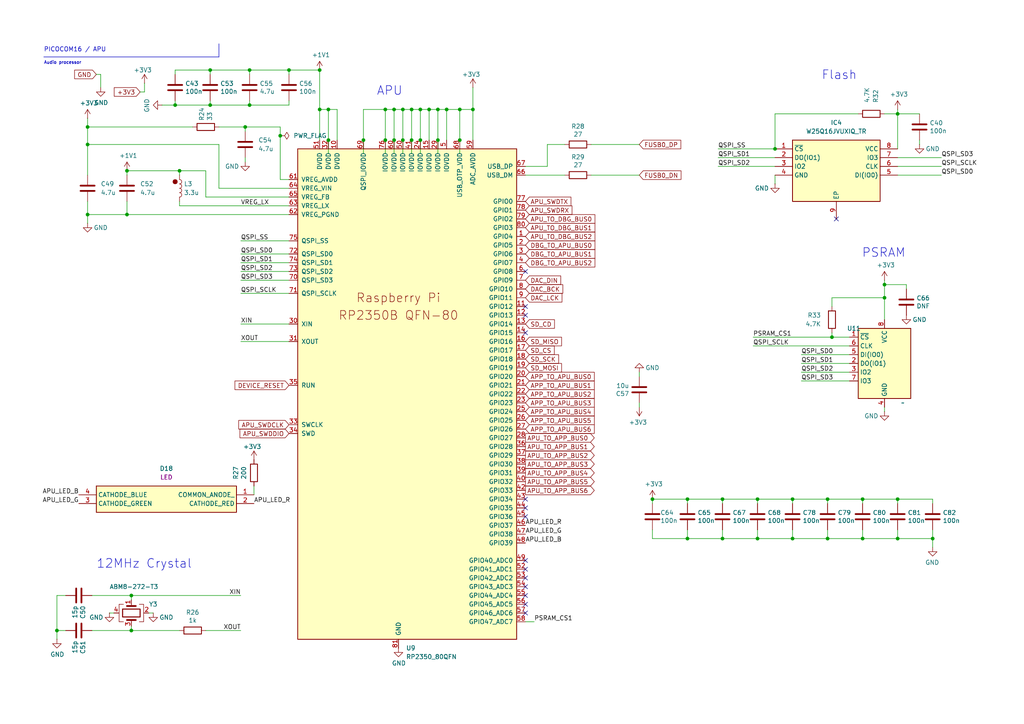
<source format=kicad_sch>
(kicad_sch (version 20231120) (generator "eeschema") (generator_version "8.0")
  (paper "A4")
  (lib_symbols
    (symbol "Device:C" (pin_numbers hide) (pin_names (offset 0.254))
      (property "Reference" "C" (at 0.635 2.54 0))
      (property "Value" "C" (at 0.635 -2.54 0))
      (symbol "C_0_1"
        (polyline (pts (xy -2.032 -0.762) (xy 2.032 -0.762)) (stroke (width 0.508)))
        (polyline (pts (xy -2.032 0.762) (xy 2.032 0.762)) (stroke (width 0.508)))
      )
      (symbol "C_1_1"
        (pin passive line (at 0 3.81 270) (length 2.794) (name "~") (number "1"))
        (pin passive line (at 0 -3.81 90) (length 2.794) (name "~") (number "2"))
      )
    )
    (symbol "Device:Crystal_GND24" (pin_names (offset 1.016) hide)
      (property "Reference" "Y" (at 3.175 5.08 0))
      (property "Value" "Crystal_GND24" (at 3.175 3.175 0))
      (symbol "Crystal_GND24_0_1"
        (rectangle (start -1.143 2.54) (end 1.143 -2.54) (stroke (width 0.3048)))
        (polyline (pts (xy -2.54 0) (xy -2.032 0)))
        (polyline (pts (xy -2.032 -1.27) (xy -2.032 1.27)) (stroke (width 0.508)))
        (polyline (pts (xy 0 -3.81) (xy 0 -3.556)))
        (polyline (pts (xy 0 3.556) (xy 0 3.81)))
        (polyline (pts (xy 2.032 -1.27) (xy 2.032 1.27)) (stroke (width 0.508)))
        (polyline (pts (xy 2.032 0) (xy 2.54 0)))
        (polyline (pts (xy -2.54 -2.286) (xy -2.54 -3.556) (xy 2.54 -3.556) (xy 2.54 -2.286)))
        (polyline (pts (xy -2.54 2.286) (xy -2.54 3.556) (xy 2.54 3.556) (xy 2.54 2.286)))
      )
      (symbol "Crystal_GND24_1_1"
        (pin passive line (at -3.81 0 0) (length 1.27) (name "1") (number "1"))
        (pin passive line (at 0 5.08 270) (length 1.27) (name "2") (number "2"))
        (pin passive line (at 3.81 0 180) (length 1.27) (name "3") (number "3"))
        (pin passive line (at 0 -5.08 90) (length 1.27) (name "4") (number "4"))
      )
    )
    (symbol "Device:L" (pin_numbers hide) (pin_names (offset 1.016) hide)
      (property "Reference" "L" (at -1.27 0 90))
      (property "Value" "L" (at 1.905 0 90))
      (symbol "L_0_1"
        (arc (start 0 -2.54) (mid 0.6323 -1.905) (end 0 -1.27))
        (arc (start 0 -1.27) (mid 0.6323 -0.635) (end 0 0))
        (arc (start 0 0) (mid 0.6323 0.635) (end 0 1.27))
        (arc (start 0 1.27) (mid 0.6323 1.905) (end 0 2.54))
      )
      (symbol "L_1_1"
        (pin passive line (at 0 3.81 270) (length 1.27) (name "1") (number "1"))
        (pin passive line (at 0 -3.81 90) (length 1.27) (name "2") (number "2"))
      )
    )
    (symbol "Device:R" (pin_numbers hide) (pin_names (offset 0))
      (property "Reference" "R" (at 2.032 0 90))
      (property "Value" "R" (at 0 0 90))
      (symbol "R_0_1"
        (rectangle (start -1.016 -2.54) (end 1.016 2.54) (stroke (width 0.254)))
      )
      (symbol "R_1_1"
        (pin passive line (at 0 3.81 270) (length 1.27) (name "~") (number "1"))
        (pin passive line (at 0 -3.81 90) (length 1.27) (name "~") (number "2"))
      )
    )
    (symbol "LRTBR48G-P9Q7-1+R7S5-26+NP-68:LRTBR48G-P9Q7-1+R7S5-26+NP-68"
      (property "Reference" "LED" (at 46.99 7.62 0))
      (property "Value" "LRTBR48G-P9Q7-1+R7S5-26+NP-68" (at 46.99 5.08 0))
      (symbol "LRTBR48G-P9Q7-1+R7S5-26+NP-68_1_1"
        (rectangle (start 5.08 2.54) (end 45.72 -5.08) (stroke (width 0.254)) (fill (type background)))
        (pin passive line (at 50.8 0 180) (length 5.08) (name "COMMON_ANODE_") (number "1"))
        (pin passive line (at 50.8 -2.54 180) (length 5.08) (name "CATHODE_RED") (number "2"))
        (pin passive line (at 0 -2.54 0) (length 5.08) (name "CATHODE_GREEN") (number "3"))
        (pin passive line (at 0 0 0) (length 5.08) (name "CATHODE_BLUE") (number "4"))
      )
    )
    (symbol "MCU_RaspberryPi_RP2350_2:RP2350_80QFN" (pin_names (offset 1.016))
      (property "Reference" "U" (at -29.21 49.53 0))
      (property "Value" "RP2350_80QFN" (at 25.4 -96.52 0))
      (symbol "RP2350_80QFN_0_0"
        (text "Raspberry Pi" (at 0 5.08 0) (effects (font (size 2.54 2.54))))
      )
      (symbol "RP2350_80QFN_0_1"
        (rectangle (start -29.21 48.26) (end 34.29 -93.98) (stroke (width 0.254)) (fill (type background)))
      )
      (symbol "RP2350_80QFN_1_0"
        (text "RP2350B QFN-80" (at 0 0 0) (effects (font (size 2.54 2.54))))
      )
      (symbol "RP2350_80QFN_1_1"
        (pin bidirectional line (at 36.83 22.86 180) (length 2.54) (name "GPIO4") (number "1"))
        (pin power_in line (at -17.78 50.8 270) (length 2.54) (name "DVDD") (number "10"))
        (pin bidirectional line (at 36.83 2.54 180) (length 2.54) (name "GPIO12") (number "11"))
        (pin bidirectional line (at 36.83 0 180) (length 2.54) (name "GPIO13") (number "12"))
        (pin bidirectional line (at 36.83 -2.54 180) (length 2.54) (name "GPIO14") (number "13"))
        (pin bidirectional line (at 36.83 -5.08 180) (length 2.54) (name "GPIO15") (number "14"))
        (pin power_in line (at 8.89 50.8 270) (length 2.54) (name "IOVDD") (number "15"))
        (pin bidirectional line (at 36.83 -7.62 180) (length 2.54) (name "GPIO16") (number "16"))
        (pin bidirectional line (at 36.83 -10.16 180) (length 2.54) (name "GPIO17") (number "17"))
        (pin bidirectional line (at 36.83 -12.7 180) (length 2.54) (name "GPIO18") (number "18"))
        (pin bidirectional line (at 36.83 -15.24 180) (length 2.54) (name "GPIO19") (number "19"))
        (pin bidirectional line (at 36.83 20.32 180) (length 2.54) (name "GPIO5") (number "2"))
        (pin bidirectional line (at 36.83 -17.78 180) (length 2.54) (name "GPIO20") (number "20"))
        (pin bidirectional line (at 36.83 -20.32 180) (length 2.54) (name "GPIO21") (number "21"))
        (pin bidirectional line (at 36.83 -22.86 180) (length 2.54) (name "GPIO22") (number "22"))
        (pin bidirectional line (at 36.83 -25.4 180) (length 2.54) (name "GPIO23") (number "23"))
        (pin power_in line (at 6.35 50.8 270) (length 2.54) (name "IOVDD") (number "24"))
        (pin bidirectional line (at 36.83 -27.94 180) (length 2.54) (name "GPIO24") (number "25"))
        (pin bidirectional line (at 36.83 -30.48 180) (length 2.54) (name "GPIO25") (number "26"))
        (pin bidirectional line (at 36.83 -33.02 180) (length 2.54) (name "GPIO26") (number "27"))
        (pin bidirectional line (at 36.83 -35.56 180) (length 2.54) (name "GPIO27") (number "28"))
        (pin power_in line (at 11.43 50.8 270) (length 2.54) (name "IOVDD") (number "29"))
        (pin bidirectional line (at 36.83 17.78 180) (length 2.54) (name "GPIO6") (number "3"))
        (pin input line (at -31.75 -2.54 0) (length 2.54) (name "XIN") (number "30"))
        (pin passive line (at -31.75 -7.62 0) (length 2.54) (name "XOUT") (number "31"))
        (pin power_in line (at -20.32 50.8 270) (length 2.54) (name "DVDD") (number "32"))
        (pin output line (at -31.75 -31.75 0) (length 2.54) (name "SWCLK") (number "33"))
        (pin bidirectional line (at -31.75 -34.29 0) (length 2.54) (name "SWD") (number "34"))
        (pin input line (at -31.75 -20.32 0) (length 2.54) (name "RUN") (number "35"))
        (pin bidirectional line (at 36.83 -38.1 180) (length 2.54) (name "GPIO28") (number "36"))
        (pin bidirectional line (at 36.83 -40.64 180) (length 2.54) (name "GPIO29") (number "37"))
        (pin bidirectional line (at 36.83 -43.18 180) (length 2.54) (name "GPIO30") (number "38"))
        (pin bidirectional line (at 36.83 -45.72 180) (length 2.54) (name "GPIO31") (number "39"))
        (pin bidirectional line (at 36.83 15.24 180) (length 2.54) (name "GPIO7") (number "4"))
        (pin bidirectional line (at 36.83 -48.26 180) (length 2.54) (name "GPIO32") (number "40"))
        (pin power_in line (at 3.81 50.8 270) (length 2.54) (name "IOVDD") (number "41"))
        (pin bidirectional line (at 36.83 -50.8 180) (length 2.54) (name "GPIO33") (number "42"))
        (pin bidirectional line (at 36.83 -53.34 180) (length 2.54) (name "GPIO34") (number "43"))
        (pin bidirectional line (at 36.83 -55.88 180) (length 2.54) (name "GPIO35") (number "44"))
        (pin bidirectional line (at 36.83 -58.42 180) (length 2.54) (name "GPIO36") (number "45"))
        (pin bidirectional line (at 36.83 -60.96 180) (length 2.54) (name "GPIO37") (number "46"))
        (pin bidirectional line (at 36.83 -63.5 180) (length 2.54) (name "GPIO38") (number "47"))
        (pin bidirectional line (at 36.83 -66.04 180) (length 2.54) (name "GPIO39") (number "48"))
        (pin bidirectional line (at 36.83 -71.12 180) (length 2.54) (name "GPIO40_ADC0") (number "49"))
        (pin power_in line (at 13.97 50.8 270) (length 2.54) (name "IOVDD") (number "5"))
        (pin power_in line (at 1.27 50.8 270) (length 2.54) (name "IOVDD") (number "50"))
        (pin power_in line (at -22.86 50.8 270) (length 2.54) (name "DVDD") (number "51"))
        (pin bidirectional line (at 36.83 -73.66 180) (length 2.54) (name "GPIO41_ADC1") (number "52"))
        (pin bidirectional line (at 36.83 -76.2 180) (length 2.54) (name "GPIO42_ADC2") (number "53"))
        (pin bidirectional line (at 36.83 -78.74 180) (length 2.54) (name "GPIO43_ADC3") (number "54"))
        (pin bidirectional line (at 36.83 -81.28 180) (length 2.54) (name "GPIO44_ADC4") (number "55"))
        (pin bidirectional line (at 36.83 -83.82 180) (length 2.54) (name "GPIO45_ADC5") (number "56"))
        (pin bidirectional line (at 36.83 -86.36 180) (length 2.54) (name "GPIO46_ADC6") (number "57"))
        (pin bidirectional line (at 36.83 -88.9 180) (length 2.54) (name "GPIO47_ADC7") (number "58"))
        (pin power_in line (at 21.59 50.8 270) (length 2.54) (name "ADC_AVDD") (number "59"))
        (pin bidirectional line (at 36.83 12.7 180) (length 2.54) (name "GPIO8") (number "6"))
        (pin power_in line (at -1.27 50.8 270) (length 2.54) (name "IOVDD") (number "60"))
        (pin power_in line (at -31.75 39.37 0) (length 2.54) (name "VREG_AVDD") (number "61"))
        (pin power_in line (at -31.75 29.21 0) (length 2.54) (name "VREG_PGND") (number "62"))
        (pin power_out line (at -31.75 31.75 0) (length 2.54) (name "VREG_LX") (number "63"))
        (pin power_in line (at -31.75 36.83 0) (length 2.54) (name "VREG_VIN") (number "64"))
        (pin input line (at -31.75 34.29 0) (length 2.54) (name "VREG_FB") (number "65"))
        (pin bidirectional line (at 36.83 40.64 180) (length 2.54) (name "USB_DM") (number "66"))
        (pin bidirectional line (at 36.83 43.18 180) (length 2.54) (name "USB_DP") (number "67"))
        (pin power_in line (at 17.78 50.8 270) (length 2.54) (name "USB_OTP_VDD") (number "68"))
        (pin power_in line (at -10.16 50.8 270) (length 2.54) (name "QSPI_IOVDD") (number "69"))
        (pin bidirectional line (at 36.83 10.16 180) (length 2.54) (name "GPIO9") (number "7"))
        (pin bidirectional line (at -31.75 10.16 0) (length 2.54) (name "QSPI_SD3") (number "70"))
        (pin output line (at -31.75 6.35 0) (length 2.54) (name "QSPI_SCLK") (number "71"))
        (pin bidirectional line (at -31.75 17.78 0) (length 2.54) (name "QSPI_SD0") (number "72"))
        (pin bidirectional line (at -31.75 12.7 0) (length 2.54) (name "QSPI_SD2") (number "73"))
        (pin bidirectional line (at -31.75 15.24 0) (length 2.54) (name "QSPI_SD1") (number "74"))
        (pin bidirectional line (at -31.75 21.59 0) (length 2.54) (name "QSPI_SS") (number "75"))
        (pin power_in line (at -3.81 50.8 270) (length 2.54) (name "IOVDD") (number "76"))
        (pin bidirectional line (at 36.83 33.02 180) (length 2.54) (name "GPIO0") (number "77"))
        (pin bidirectional line (at 36.83 30.48 180) (length 2.54) (name "GPIO1") (number "78"))
        (pin bidirectional line (at 36.83 27.94 180) (length 2.54) (name "GPIO2") (number "79"))
        (pin bidirectional line (at 36.83 7.62 180) (length 2.54) (name "GPIO10") (number "8"))
        (pin bidirectional line (at 36.83 25.4 180) (length 2.54) (name "GPIO3") (number "80"))
        (pin power_in line (at 0 -96.52 90) (length 2.54) (name "GND") (number "81"))
        (pin bidirectional line (at 36.83 5.08 180) (length 2.54) (name "GPIO11") (number "9"))
      )
    )
    (symbol "Memory_Flash:W25Q128JVS"
      (property "Reference" "U" (at -6.35 11.43 0))
      (property "Value" "W25Q128JVS" (at 7.62 11.43 0))
      (symbol "W25Q128JVS_0_1"
        (rectangle (start -7.62 10.16) (end 7.62 -10.16) (stroke (width 0.254)) (fill (type background)))
      )
      (symbol "W25Q128JVS_1_1"
        (pin input line (at -10.16 7.62 0) (length 2.54) (name "~{CS}") (number "1"))
        (pin bidirectional line (at -10.16 0 0) (length 2.54) (name "DO(IO1)") (number "2"))
        (pin bidirectional line (at -10.16 -2.54 0) (length 2.54) (name "IO2") (number "3"))
        (pin power_in line (at 0 -12.7 90) (length 2.54) (name "GND") (number "4"))
        (pin bidirectional line (at -10.16 2.54 0) (length 2.54) (name "DI(IO0)") (number "5"))
        (pin input line (at -10.16 5.08 0) (length 2.54) (name "CLK") (number "6"))
        (pin bidirectional line (at -10.16 -5.08 0) (length 2.54) (name "IO3") (number "7"))
        (pin power_in line (at 0 12.7 270) (length 2.54) (name "VCC") (number "8"))
      )
    )
    (symbol "W25Q16JVUXIQ_TR:W25Q16JVUXIQ_TR"
      (property "Reference" "IC" (at 31.75 7.62 0))
      (property "Value" "W25Q16JVUXIQ_TR" (at 31.75 5.08 0))
      (symbol "W25Q16JVUXIQ_TR_1_1"
        (rectangle (start 5.08 2.54) (end 30.48 -15.24) (stroke (width 0.254)) (fill (type background)))
        (pin passive line (at 0 0 0) (length 5.08) (name "~{CS}") (number "1"))
        (pin passive line (at 0 -2.54 0) (length 5.08) (name "DO(IO1)") (number "2"))
        (pin passive line (at 0 -5.08 0) (length 5.08) (name "IO2") (number "3"))
        (pin passive line (at 0 -7.62 0) (length 5.08) (name "GND") (number "4"))
        (pin passive line (at 35.56 -7.62 180) (length 5.08) (name "DI(IO0)") (number "5"))
        (pin passive line (at 35.56 -5.08 180) (length 5.08) (name "CLK") (number "6"))
        (pin passive line (at 35.56 -2.54 180) (length 5.08) (name "IO3") (number "7"))
        (pin passive line (at 35.56 0 180) (length 5.08) (name "VCC") (number "8"))
        (pin passive line (at 17.78 -20.32 90) (length 5.08) (name "EP") (number "9"))
      )
    )
    (symbol "power:+1V1" (power) (pin_numbers hide) (pin_names (offset 0) hide)
      (property "Value" "+1V1" (at 0 3.556 0))
      (symbol "+1V1_0_1"
        (polyline (pts (xy -0.762 1.27) (xy 0 2.54)))
        (polyline (pts (xy 0 0) (xy 0 2.54)))
        (polyline (pts (xy 0 2.54) (xy 0.762 1.27)))
      )
      (symbol "+1V1_1_1"
        (pin power_in line (at 0 0 90) (length 0) (name "~") (number "1"))
      )
    )
    (symbol "power:+3V3" (power) (pin_numbers hide) (pin_names (offset 0) hide)
      (property "Value" "+3V3" (at 0 3.556 0))
      (symbol "+3V3_0_1"
        (polyline (pts (xy -0.762 1.27) (xy 0 2.54)))
        (polyline (pts (xy 0 0) (xy 0 2.54)))
        (polyline (pts (xy 0 2.54) (xy 0.762 1.27)))
      )
      (symbol "+3V3_1_1"
        (pin power_in line (at 0 0 90) (length 0) (name "~") (number "1"))
      )
    )
    (symbol "power:GND" (power) (pin_numbers hide) (pin_names (offset 0) hide)
      (property "Value" "GND" (at 0 -3.81 0))
      (symbol "GND_0_1"
        (polyline (pts (xy 0 0) (xy 0 -1.27) (xy 1.27 -1.27) (xy 0 -2.54) (xy -1.27 -1.27) (xy 0 -1.27)))
      )
      (symbol "GND_1_1"
        (pin power_in line (at 0 0 270) (length 0) (name "~") (number "1"))
      )
    )
    (symbol "power:PWR_FLAG" (power) (pin_numbers hide) (pin_names (offset 0) hide)
      (property "Value" "PWR_FLAG" (at 0 3.81 0))
      (symbol "PWR_FLAG_0_0"
        (pin power_out line (at 0 0 90) (length 0) (name "~") (number "1"))
      )
      (symbol "PWR_FLAG_0_1"
        (polyline (pts (xy 0 0) (xy 0 1.27) (xy -1.016 1.905) (xy 0 2.54) (xy 1.016 1.905) (xy 0 1.27)))
      )
    )
  )
  (junction (at 92.71 31.75))
  (junction (at 60.96 30.48))
  (junction (at 250.19 144.78))
  (junction (at 229.87 156.21))
  (junction (at 16.51 182.88))
  (junction (at 250.19 156.21))
  (junction (at 129.54 31.75))
  (junction (at 83.82 20.32))
  (junction (at 52.07 49.53))
  (junction (at 25.4 36.83))
  (junction (at 95.25 31.75))
  (junction (at 111.76 31.75))
  (junction (at 270.51 156.21))
  (junction (at 199.39 144.78))
  (junction (at 38.1 172.72))
  (junction (at 127 31.75))
  (junction (at 119.38 31.75))
  (junction (at 240.03 144.78))
  (junction (at 256.54 82.55))
  (junction (at 260.35 33.02))
  (junction (at 209.55 144.78))
  (junction (at 133.35 31.75))
  (junction (at 224.79 43.18))
  (junction (at 209.55 156.21))
  (junction (at 116.84 31.75))
  (junction (at 72.39 30.48))
  (junction (at 72.39 20.32))
  (junction (at 121.92 31.75))
  (junction (at 36.83 62.23))
  (junction (at 81.28 39.37))
  (junction (at 137.16 31.75))
  (junction (at 219.71 144.78))
  (junction (at 121.92 40.64))
  (junction (at 260.35 156.21))
  (junction (at 25.4 41.91))
  (junction (at 133.35 40.64))
  (junction (at 119.38 40.64))
  (junction (at 25.4 62.23))
  (junction (at 241.3 97.79))
  (junction (at 127 40.64))
  (junction (at 114.3 40.64))
  (junction (at 189.23 144.78))
  (junction (at 71.12 36.83))
  (junction (at 95.25 40.64))
  (junction (at 60.96 20.32))
  (junction (at 124.46 31.75))
  (junction (at 260.35 144.78))
  (junction (at 256.54 86.36))
  (junction (at 219.71 156.21))
  (junction (at 38.1 182.88))
  (junction (at 105.41 40.64))
  (junction (at 240.03 156.21))
  (junction (at 111.76 40.64))
  (junction (at 50.8 30.48))
  (junction (at 36.83 49.53))
  (junction (at 92.71 20.32))
  (junction (at 116.84 40.64))
  (junction (at 114.3 31.75))
  (junction (at 199.39 156.21))
  (junction (at 229.87 144.78))
  (no_connect (at 152.4 170.18))
  (no_connect (at 242.57 63.5))
  (no_connect (at 152.4 149.86))
  (no_connect (at 152.4 177.8))
  (no_connect (at 152.4 165.1))
  (no_connect (at 152.4 172.72))
  (no_connect (at 152.4 162.56))
  (no_connect (at 152.4 91.44))
  (no_connect (at 152.4 175.26))
  (no_connect (at 152.4 167.64))
  (no_connect (at 152.4 88.9))
  (no_connect (at 152.4 144.78))
  (no_connect (at 152.4 147.32))
  (no_connect (at 152.4 96.52))
  (no_connect (at 152.4 78.74))
  (wire (pts (xy 25.4 62.23) (xy 25.4 64.77)))
  (wire (pts (xy 119.38 31.75) (xy 121.92 31.75)))
  (wire (pts (xy 83.82 30.48) (xy 83.82 29.21)))
  (wire (pts (xy 105.41 31.75) (xy 111.76 31.75)))
  (wire (pts (xy 97.79 31.75) (xy 97.79 40.64)))
  (wire (pts (xy 260.35 33.02) (xy 260.35 43.18)))
  (wire (pts (xy 92.71 31.75) (xy 92.71 40.64)))
  (wire (pts (xy 209.55 153.67) (xy 209.55 156.21)))
  (wire (pts (xy 52.07 59.69) (xy 52.07 58.42)))
  (wire (pts (xy 189.23 146.05) (xy 189.23 144.78)))
  (wire (pts (xy 199.39 153.67) (xy 199.39 156.21)))
  (wire (pts (xy 273.05 50.8) (xy 260.35 50.8)))
  (wire (pts (xy 19.05 182.88) (xy 16.51 182.88)))
  (wire (pts (xy 26.67 172.72) (xy 38.1 172.72)))
  (wire (pts (xy 224.79 33.02) (xy 224.79 43.18)))
  (wire (pts (xy 219.71 156.21) (xy 229.87 156.21)))
  (wire (pts (xy 218.44 97.79) (xy 241.3 97.79)))
  (wire (pts (xy 219.71 146.05) (xy 219.71 144.78)))
  (wire (pts (xy 95.25 31.75) (xy 92.71 31.75)))
  (wire (pts (xy 229.87 153.67) (xy 229.87 156.21)))
  (wire (pts (xy 59.69 182.88) (xy 69.85 182.88)))
  (wire (pts (xy 232.41 107.95) (xy 246.38 107.95)))
  (wire (pts (xy 256.54 82.55) (xy 256.54 86.36)))
  (wire (pts (xy 129.54 31.75) (xy 129.54 40.64)))
  (wire (pts (xy 137.16 25.4) (xy 137.16 31.75)))
  (wire (pts (xy 199.39 156.21) (xy 209.55 156.21)))
  (wire (pts (xy 29.21 21.59) (xy 27.94 21.59)))
  (wire (pts (xy 38.1 172.72) (xy 69.85 172.72)))
  (wire (pts (xy 69.85 73.66) (xy 83.82 73.66)))
  (wire (pts (xy 60.96 30.48) (xy 72.39 30.48)))
  (wire (pts (xy 29.21 21.59) (xy 29.21 25.4)))
  (wire (pts (xy 25.4 41.91) (xy 25.4 50.8)))
  (wire (pts (xy 171.45 41.91) (xy 185.42 41.91)))
  (wire (pts (xy 73.66 140.97) (xy 73.66 143.51)))
  (wire (pts (xy 36.83 50.8) (xy 36.83 49.53)))
  (wire (pts (xy 124.46 31.75) (xy 127 31.75)))
  (wire (pts (xy 171.45 50.8) (xy 185.42 50.8)))
  (wire (pts (xy 46.99 30.48) (xy 50.8 30.48)))
  (wire (pts (xy 71.12 36.83) (xy 71.12 38.1)))
  (wire (pts (xy 127 31.75) (xy 127 40.64)))
  (wire (pts (xy 121.92 31.75) (xy 121.92 40.64)))
  (wire (pts (xy 52.07 59.69) (xy 83.82 59.69)))
  (wire (pts (xy 116.84 31.75) (xy 119.38 31.75)))
  (wire (pts (xy 72.39 30.48) (xy 83.82 30.48)))
  (wire (pts (xy 199.39 156.21) (xy 189.23 156.21)))
  (wire (pts (xy 229.87 146.05) (xy 229.87 144.78)))
  (wire (pts (xy 260.35 146.05) (xy 260.35 144.78)))
  (wire (pts (xy 152.4 48.26) (xy 158.75 48.26)))
  (wire (pts (xy 16.51 172.72) (xy 16.51 182.88)))
  (wire (pts (xy 59.69 57.15) (xy 59.69 49.53)))
  (wire (pts (xy 92.71 20.32) (xy 92.71 31.75)))
  (wire (pts (xy 129.54 31.75) (xy 133.35 31.75)))
  (wire (pts (xy 229.87 156.21) (xy 240.03 156.21)))
  (wire (pts (xy 137.16 31.75) (xy 137.16 40.64)))
  (wire (pts (xy 69.85 93.98) (xy 83.82 93.98)))
  (wire (pts (xy 81.28 52.07) (xy 83.82 52.07)))
  (wire (pts (xy 121.92 40.64) (xy 121.92 44.45)))
  (wire (pts (xy 52.07 49.53) (xy 52.07 50.8)))
  (wire (pts (xy 248.92 33.02) (xy 224.79 33.02)))
  (wire (pts (xy 189.23 144.78) (xy 199.39 144.78)))
  (wire (pts (xy 262.89 82.55) (xy 256.54 82.55)))
  (wire (pts (xy 121.92 31.75) (xy 124.46 31.75)))
  (wire (pts (xy 25.4 36.83) (xy 55.88 36.83)))
  (wire (pts (xy 111.76 31.75) (xy 111.76 40.64)))
  (wire (pts (xy 69.85 81.28) (xy 83.82 81.28)))
  (wire (pts (xy 152.4 50.8) (xy 163.83 50.8)))
  (wire (pts (xy 116.84 40.64) (xy 116.84 44.45)))
  (wire (pts (xy 154.94 180.34) (xy 152.4 180.34)))
  (wire (pts (xy 83.82 21.59) (xy 83.82 20.32)))
  (wire (pts (xy 50.8 30.48) (xy 60.96 30.48)))
  (wire (pts (xy 25.4 36.83) (xy 25.4 41.91)))
  (wire (pts (xy 127 40.64) (xy 127 44.45)))
  (wire (pts (xy 185.42 109.22) (xy 185.42 107.95)))
  (polyline (pts (xy 63.5 12.7) (xy 63.5 16.51)))
  (wire (pts (xy 241.3 88.9) (xy 241.3 86.36)))
  (wire (pts (xy 260.35 31.75) (xy 260.35 33.02)))
  (wire (pts (xy 41.91 24.13) (xy 41.91 26.67)))
  (wire (pts (xy 95.25 31.75) (xy 97.79 31.75)))
  (wire (pts (xy 241.3 96.52) (xy 241.3 97.79)))
  (wire (pts (xy 208.28 43.18) (xy 224.79 43.18)))
  (wire (pts (xy 59.69 49.53) (xy 52.07 49.53)))
  (wire (pts (xy 119.38 40.64) (xy 119.38 44.45)))
  (wire (pts (xy 105.41 40.64) (xy 105.41 44.45)))
  (wire (pts (xy 133.35 31.75) (xy 133.35 40.64)))
  (wire (pts (xy 60.96 21.59) (xy 60.96 20.32)))
  (wire (pts (xy 60.96 29.21) (xy 60.96 30.48)))
  (wire (pts (xy 250.19 146.05) (xy 250.19 144.78)))
  (wire (pts (xy 111.76 31.75) (xy 114.3 31.75)))
  (wire (pts (xy 240.03 144.78) (xy 250.19 144.78)))
  (wire (pts (xy 63.5 54.61) (xy 83.82 54.61)))
  (wire (pts (xy 119.38 31.75) (xy 119.38 40.64)))
  (wire (pts (xy 219.71 144.78) (xy 229.87 144.78)))
  (wire (pts (xy 224.79 53.34) (xy 224.79 50.8)))
  (wire (pts (xy 36.83 58.42) (xy 36.83 62.23)))
  (wire (pts (xy 232.41 105.41) (xy 246.38 105.41)))
  (polyline (pts (xy 12.7 16.51) (xy 63.5 16.51)))
  (wire (pts (xy 199.39 146.05) (xy 199.39 144.78)))
  (wire (pts (xy 41.91 26.67) (xy 40.64 26.67)))
  (wire (pts (xy 250.19 156.21) (xy 260.35 156.21)))
  (wire (pts (xy 256.54 86.36) (xy 256.54 92.71)))
  (wire (pts (xy 219.71 153.67) (xy 219.71 156.21)))
  (wire (pts (xy 260.35 156.21) (xy 270.51 156.21)))
  (wire (pts (xy 81.28 39.37) (xy 81.28 52.07)))
  (wire (pts (xy 26.67 182.88) (xy 38.1 182.88)))
  (wire (pts (xy 266.7 40.64) (xy 266.7 41.91)))
  (wire (pts (xy 72.39 29.21) (xy 72.39 30.48)))
  (wire (pts (xy 95.25 40.64) (xy 95.25 44.45)))
  (wire (pts (xy 256.54 81.28) (xy 256.54 82.55)))
  (wire (pts (xy 270.51 146.05) (xy 270.51 144.78)))
  (wire (pts (xy 199.39 144.78) (xy 209.55 144.78)))
  (wire (pts (xy 241.3 86.36) (xy 256.54 86.36)))
  (wire (pts (xy 69.85 69.85) (xy 83.82 69.85)))
  (wire (pts (xy 256.54 119.38) (xy 256.54 118.11)))
  (wire (pts (xy 111.76 40.64) (xy 111.76 44.45)))
  (wire (pts (xy 38.1 182.88) (xy 52.07 182.88)))
  (wire (pts (xy 256.54 33.02) (xy 260.35 33.02)))
  (wire (pts (xy 270.51 153.67) (xy 270.51 156.21)))
  (wire (pts (xy 36.83 62.23) (xy 83.82 62.23)))
  (wire (pts (xy 36.83 49.53) (xy 52.07 49.53)))
  (wire (pts (xy 71.12 46.99) (xy 71.12 45.72)))
  (wire (pts (xy 63.5 41.91) (xy 63.5 54.61)))
  (wire (pts (xy 260.35 153.67) (xy 260.35 156.21)))
  (wire (pts (xy 133.35 31.75) (xy 137.16 31.75)))
  (wire (pts (xy 273.05 45.72) (xy 260.35 45.72)))
  (wire (pts (xy 60.96 20.32) (xy 72.39 20.32)))
  (wire (pts (xy 158.75 41.91) (xy 163.83 41.91)))
  (wire (pts (xy 83.82 57.15) (xy 59.69 57.15)))
  (wire (pts (xy 83.82 20.32) (xy 92.71 20.32)))
  (wire (pts (xy 105.41 31.75) (xy 105.41 40.64)))
  (wire (pts (xy 43.18 177.8) (xy 44.45 177.8)))
  (wire (pts (xy 63.5 36.83) (xy 71.12 36.83)))
  (wire (pts (xy 83.82 85.09) (xy 69.85 85.09)))
  (wire (pts (xy 69.85 78.74) (xy 83.82 78.74)))
  (wire (pts (xy 189.23 153.67) (xy 189.23 156.21)))
  (wire (pts (xy 273.05 48.26) (xy 260.35 48.26)))
  (wire (pts (xy 50.8 21.59) (xy 50.8 20.32)))
  (wire (pts (xy 209.55 146.05) (xy 209.55 144.78)))
  (wire (pts (xy 114.3 40.64) (xy 114.3 44.45)))
  (wire (pts (xy 72.39 21.59) (xy 72.39 20.32)))
  (wire (pts (xy 72.39 20.32) (xy 83.82 20.32)))
  (wire (pts (xy 266.7 33.02) (xy 260.35 33.02)))
  (wire (pts (xy 240.03 146.05) (xy 240.03 144.78)))
  (wire (pts (xy 209.55 144.78) (xy 219.71 144.78)))
  (wire (pts (xy 208.28 45.72) (xy 224.79 45.72)))
  (wire (pts (xy 71.12 36.83) (xy 81.28 36.83)))
  (wire (pts (xy 25.4 62.23) (xy 36.83 62.23)))
  (wire (pts (xy 69.85 76.2) (xy 83.82 76.2)))
  (wire (pts (xy 262.89 83.82) (xy 262.89 82.55)))
  (wire (pts (xy 25.4 41.91) (xy 63.5 41.91)))
  (wire (pts (xy 240.03 156.21) (xy 250.19 156.21)))
  (wire (pts (xy 209.55 156.21) (xy 219.71 156.21)))
  (wire (pts (xy 124.46 31.75) (xy 124.46 40.64)))
  (wire (pts (xy 232.41 102.87) (xy 246.38 102.87)))
  (wire (pts (xy 246.38 110.49) (xy 232.41 110.49)))
  (wire (pts (xy 185.42 118.11) (xy 185.42 116.84)))
  (wire (pts (xy 218.44 100.33) (xy 246.38 100.33)))
  (wire (pts (xy 250.19 144.78) (xy 260.35 144.78)))
  (wire (pts (xy 81.28 36.83) (xy 81.28 39.37)))
  (wire (pts (xy 95.25 31.75) (xy 95.25 40.64)))
  (wire (pts (xy 127 31.75) (xy 129.54 31.75)))
  (wire (pts (xy 19.05 172.72) (xy 16.51 172.72)))
  (wire (pts (xy 31.75 177.8) (xy 33.02 177.8)))
  (wire (pts (xy 50.8 29.21) (xy 50.8 30.48)))
  (wire (pts (xy 116.84 31.75) (xy 116.84 40.64)))
  (wire (pts (xy 229.87 144.78) (xy 240.03 144.78)))
  (wire (pts (xy 38.1 181.61) (xy 38.1 182.88)))
  (wire (pts (xy 16.51 182.88) (xy 16.51 185.42)))
  (wire (pts (xy 158.75 41.91) (xy 158.75 48.26)))
  (wire (pts (xy 50.8 20.32) (xy 60.96 20.32)))
  (wire (pts (xy 270.51 156.21) (xy 270.51 158.75)))
  (wire (pts (xy 250.19 153.67) (xy 250.19 156.21)))
  (wire (pts (xy 38.1 173.99) (xy 38.1 172.72)))
  (wire (pts (xy 240.03 153.67) (xy 240.03 156.21)))
  (wire (pts (xy 25.4 34.29) (xy 25.4 36.83)))
  (wire (pts (xy 25.4 58.42) (xy 25.4 62.23)))
  (wire (pts (xy 241.3 97.79) (xy 246.38 97.79)))
  (wire (pts (xy 83.82 99.06) (xy 69.85 99.06)))
  (wire (pts (xy 208.28 48.26) (xy 224.79 48.26)))
  (wire (pts (xy 133.35 40.64) (xy 133.35 44.45)))
  (wire (pts (xy 260.35 144.78) (xy 270.51 144.78)))
  (wire (pts (xy 114.3 31.75) (xy 116.84 31.75)))
  (wire (pts (xy 114.3 31.75) (xy 114.3 40.64)))
  (circle (center 50.8 52.705) (radius 0.635) (stroke (width 0) (color 132 0 0 1)) (fill (type color) (color 132 0 0 1)))
  (text "PSRAM" (at 249.936 74.93 0) (effects (font (size 2.54 2.54)) (justify left bottom)))
  (text "Flash" (at 238.252 23.368 0) (effects (font (size 2.54 2.54)) (justify left bottom)))
  (text "APU" (at 109.22 27.94 0) (effects (font (size 2.54 2.54)) (justify left bottom)))
  (text "12MHz Crystal" (at 27.94 165.1 0) (effects (font (size 2.54 2.54)) (justify left bottom)))
  (text "PICOCOM16 / APU" (at 12.7 14.478 0) (effects (font (size 1.27 1.27)) (justify left)))
  (text "Audio processor" (at 12.7 18.288 0) (effects (font (size 0.889 0.889)) (justify left)))
  (label "QSPI_SD3" (at 273.05 45.72 0))
  (label "QSPI_SD2" (at 208.28 48.26 0))
  (label "QSPI_SD0" (at 273.05 50.8 0))
  (label "QSPI_SS" (at 69.85 69.85 0))
  (label "XIN" (at 69.85 172.72 180))
  (label "QSPI_SD2" (at 69.85 78.74 0))
  (label "APU_LED_G" (at 22.86 146.05 180))
  (label "APU_LED_G" (at 152.4 154.94 0))
  (label "QSPI_SD3" (at 232.41 110.49 0))
  (label "PSRAM_CS1" (at 154.94 180.34 0))
  (label "XIN" (at 69.85 93.98 0))
  (label "VREG_LX" (at 69.85 59.69 0))
  (label "XOUT" (at 69.85 99.06 0))
  (label "QSPI_SD1" (at 208.28 45.72 0))
  (label "QSPI_SD1" (at 69.85 76.2 0))
  (label "QSPI_SD2" (at 232.41 107.95 0))
  (label "APU_LED_R" (at 73.66 146.05 0))
  (label "APU_LED_B" (at 22.86 143.51 180))
  (label "APU_LED_R" (at 152.4 152.4 0))
  (label "XOUT" (at 69.85 182.88 180))
  (label "QSPI_SD1" (at 232.41 105.41 0))
  (label "QSPI_SD0" (at 69.85 73.66 0))
  (label "APU_LED_B" (at 152.4 157.48 0))
  (label "QSPI_SD3" (at 69.85 81.28 0))
  (label "QSPI_SCLK" (at 218.44 100.33 0))
  (label "PSRAM_CS1" (at 218.44 97.79 0))
  (label "QSPI_SCLK" (at 273.05 48.26 0))
  (label "QSPI_SS" (at 208.28 43.18 0))
  (label "QSPI_SCLK" (at 69.85 85.09 0))
  (label "QSPI_SD0" (at 232.41 102.87 0))
  (global_label "APU_SWDCLK" (shape input) (at 83.82 123.19 180) (property "Intersheetrefs" "${INTERSHEET_REFS}" (effects (hide yes))))
  (global_label "DAC_DIN" (shape input) (at 152.4 81.28 0) (property "Intersheetrefs" "${INTERSHEET_REFS}" (effects (hide yes))))
  (global_label "DAC_BCK" (shape input) (at 152.4 83.82 0) (property "Intersheetrefs" "${INTERSHEET_REFS}" (effects (hide yes))))
  (global_label "FUSB0_DP" (shape input) (at 185.42 41.91 0) (property "Intersheetrefs" "${INTERSHEET_REFS}" (effects (hide yes))))
  (global_label "APP_TO_APU_BUS2" (shape input) (at 152.4 114.3 0) (property "Intersheetrefs" "${INTERSHEET_REFS}" (effects (hide yes))))
  (global_label "APU_TO_APP_BUS2" (shape output) (at 152.4 132.08 0) (property "Intersheetrefs" "${INTERSHEET_REFS}" (effects (hide yes))))
  (global_label "APU_TO_APP_BUS1" (shape output) (at 152.4 129.54 0) (property "Intersheetrefs" "${INTERSHEET_REFS}" (effects (hide yes))))
  (global_label "APP_TO_APU_BUS6" (shape input) (at 152.4 124.46 0) (property "Intersheetrefs" "${INTERSHEET_REFS}" (effects (hide yes))))
  (global_label "FUSB0_DN" (shape input) (at 185.42 50.8 0) (property "Intersheetrefs" "${INTERSHEET_REFS}" (effects (hide yes))))
  (global_label "DEVICE_RESET" (shape input) (at 83.82 111.76 180) (property "Intersheetrefs" "${INTERSHEET_REFS}" (effects (hide yes))))
  (global_label "GND" (shape input) (at 27.94 21.59 180) (property "Intersheetrefs" "${INTERSHEET_REFS}" (effects (hide yes))))
  (global_label "SD_SCK" (shape input) (at 152.4 104.14 0) (property "Intersheetrefs" "${INTERSHEET_REFS}" (effects (hide yes))))
  (global_label "APP_TO_APU_BUS3" (shape input) (at 152.4 116.84 0) (property "Intersheetrefs" "${INTERSHEET_REFS}" (effects (hide yes))))
  (global_label "+3V3" (shape input) (at 40.64 26.67 180) (property "Intersheetrefs" "${INTERSHEET_REFS}" (effects (hide yes))))
  (global_label "SD_CS" (shape input) (at 152.4 101.6 0) (property "Intersheetrefs" "${INTERSHEET_REFS}" (effects (hide yes))))
  (global_label "APU_TO_APP_BUS5" (shape output) (at 152.4 139.7 0) (property "Intersheetrefs" "${INTERSHEET_REFS}" (effects (hide yes))))
  (global_label "APU_TO_APP_BUS4" (shape output) (at 152.4 137.16 0) (property "Intersheetrefs" "${INTERSHEET_REFS}" (effects (hide yes))))
  (global_label "APP_TO_APU_BUS0" (shape input) (at 152.4 109.22 0) (property "Intersheetrefs" "${INTERSHEET_REFS}" (effects (hide yes))))
  (global_label "DBG_TO_APU_BUS0" (shape input) (at 152.4 71.12 0) (property "Intersheetrefs" "${INTERSHEET_REFS}" (effects (hide yes))))
  (global_label "DAC_LCK" (shape input) (at 152.4 86.36 0) (property "Intersheetrefs" "${INTERSHEET_REFS}" (effects (hide yes))))
  (global_label "APU_SWDDIO" (shape input) (at 83.82 125.73 180) (property "Intersheetrefs" "${INTERSHEET_REFS}" (effects (hide yes))))
  (global_label "SD_CD" (shape input) (at 152.4 93.98 0) (property "Intersheetrefs" "${INTERSHEET_REFS}" (effects (hide yes))))
  (global_label "DBG_TO_APU_BUS2" (shape input) (at 152.4 76.2 0) (property "Intersheetrefs" "${INTERSHEET_REFS}" (effects (hide yes))))
  (global_label "APU_SWDTX" (shape input) (at 152.4 58.42 0) (property "Intersheetrefs" "${INTERSHEET_REFS}" (effects (hide yes))))
  (global_label "SD_MOSI" (shape input) (at 152.4 106.68 0) (property "Intersheetrefs" "${INTERSHEET_REFS}" (effects (hide yes))))
  (global_label "APP_TO_APU_BUS1" (shape input) (at 152.4 111.76 0) (property "Intersheetrefs" "${INTERSHEET_REFS}" (effects (hide yes))))
  (global_label "APP_TO_APU_BUS4" (shape input) (at 152.4 119.38 0) (property "Intersheetrefs" "${INTERSHEET_REFS}" (effects (hide yes))))
  (global_label "SD_MISO" (shape input) (at 152.4 99.06 0) (property "Intersheetrefs" "${INTERSHEET_REFS}" (effects (hide yes))))
  (global_label "APU_TO_DBG_BUS1" (shape input) (at 152.4 66.04 0) (property "Intersheetrefs" "${INTERSHEET_REFS}" (effects (hide yes))))
  (global_label "APU_TO_APP_BUS3" (shape output) (at 152.4 134.62 0) (property "Intersheetrefs" "${INTERSHEET_REFS}" (effects (hide yes))))
  (global_label "APU_TO_DBG_BUS2" (shape input) (at 152.4 68.58 0) (property "Intersheetrefs" "${INTERSHEET_REFS}" (effects (hide yes))))
  (global_label "DBG_TO_APU_BUS1" (shape input) (at 152.4 73.66 0) (property "Intersheetrefs" "${INTERSHEET_REFS}" (effects (hide yes))))
  (global_label "APP_TO_APU_BUS5" (shape input) (at 152.4 121.92 0) (property "Intersheetrefs" "${INTERSHEET_REFS}" (effects (hide yes))))
  (global_label "APU_TO_APP_BUS6" (shape output) (at 152.4 142.24 0) (property "Intersheetrefs" "${INTERSHEET_REFS}" (effects (hide yes))))
  (global_label "APU_SWDRX" (shape input) (at 152.4 60.96 0) (property "Intersheetrefs" "${INTERSHEET_REFS}" (effects (hide yes))))
  (global_label "APU_TO_DBG_BUS0" (shape input) (at 152.4 63.5 0) (property "Intersheetrefs" "${INTERSHEET_REFS}" (effects (hide yes))))
  (global_label "APU_TO_APP_BUS0" (shape output) (at 152.4 127 0) (property "Intersheetrefs" "${INTERSHEET_REFS}" (effects (hide yes))))
  (symbol (lib_id "power:GND") (at 71.12 46.99 0) (unit 1)
    (property "Reference" "#PWR097" (effects (hide yes)))
    (property "Value" "GND" (at 67.31 48.26 0))
    (property "Description" "Power symbol creates a global label with name \"GND\" , ground" (effects (hide yes)))
  )
  (symbol (lib_id "power:+1V1") (at 92.71 20.32 0) (unit 1)
    (property "Reference" "#PWR099" (effects (hide yes)))
    (property "Value" "+1V1" (at 93.091 15.9258 0))
    (property "Description" "Power symbol creates a global label with name \"+1V1\"" (effects (hide yes)))
  )
  (symbol (lib_id "power:+3V3") (at 260.35 31.75 0) (unit 1)
    (property "Reference" "#PWR0107" (effects (hide yes)))
    (property "Value" "+3V3" (at 260.731 27.3558 0))
    (property "Description" "Power symbol creates a global label with name \"+3V3\"" (effects (hide yes)))
  )
  (symbol (lib_id "Device:R") (at 59.69 36.83 90) (unit 1)
    (property "Reference" "R24" (at 58.5216 35.052 0) (effects (justify left)))
    (property "Value" "33" (at 60.833 35.052 0) (effects (justify left)))
    (property "Footprint" "Resistor_SMD:R_0402_1005Metric" (effects (hide yes)))
    (property "Description" "Resistor" (effects (hide yes)))
  )
  (symbol (lib_id "Device:C") (at 60.96 25.4 0) (unit 1)
    (property "Reference" "C53" (at 63.881 24.2316 0) (effects (justify left)))
    (property "Value" "100n" (at 63.881 26.543 0) (effects (justify left)))
    (property "Footprint" "Capacitor_SMD:C_0402_1005Metric" (effects (hide yes)))
    (property "Description" "Unpolarized capacitor" (effects (hide yes)))
  )
  (symbol (lib_id "Device:C") (at 25.4 54.61 0) (unit 1)
    (property "Reference" "C49" (at 29.21 53.34 0) (effects (justify left)))
    (property "Value" "4.7u" (at 29.21 55.88 0) (effects (justify left)))
    (property "Footprint" "Capacitor_SMD:C_0402_1005Metric" (effects (hide yes)))
    (property "Description" "Unpolarized capacitor" (effects (hide yes)))
  )
  (symbol (lib_id "Device:C") (at 250.19 149.86 0) (unit 1)
    (property "Reference" "C80" (at 253.111 148.6916 0) (effects (justify left)))
    (property "Value" "100n" (at 253.111 151.003 0) (effects (justify left)))
    (property "Footprint" "Capacitor_SMD:C_0402_1005Metric" (effects (hide yes)))
    (property "Description" "Unpolarized capacitor" (effects (hide yes)))
  )
  (symbol (lib_id "power:+3V3") (at 73.66 133.35 0) (unit 1)
    (property "Reference" "#PWR098" (effects (hide yes)))
    (property "Value" "+3V3" (at 73.152 129.54 0))
    (property "Description" "Power symbol creates a global label with name \"+3V3\"" (effects (hide yes)))
  )
  (symbol (lib_id "power:GND") (at 44.45 177.8 0) (unit 1)
    (property "Reference" "#PWR095" (effects (hide yes)))
    (property "Value" "GND" (at 48.26 179.07 0))
    (property "Description" "Power symbol creates a global label with name \"GND\" , ground" (effects (hide yes)))
  )
  (symbol (lib_id "power:GND") (at 270.51 158.75 0) (mirror y) (unit 1)
    (property "Reference" "#PWR025" (effects (hide yes)))
    (property "Value" "GND" (at 270.383 163.1442 0))
    (property "Description" "Power symbol creates a global label with name \"GND\" , ground" (effects (hide yes)))
  )
  (symbol (lib_id "power:+3V3") (at 256.54 81.28 0) (unit 1)
    (property "Reference" "#PWR0108" (effects (hide yes)))
    (property "Value" "+3V3" (at 256.921 76.8858 0))
    (property "Description" "Power symbol creates a global label with name \"+3V3\"" (effects (hide yes)))
  )
  (symbol (lib_id "power:GND") (at 115.57 187.96 0) (unit 1)
    (property "Reference" "#PWR0100" (effects (hide yes)))
    (property "Value" "GND" (at 115.697 192.3542 0))
    (property "Description" "Power symbol creates a global label with name \"GND\" , ground" (effects (hide yes)))
  )
  (symbol (lib_id "Device:C") (at 199.39 149.86 0) (unit 1)
    (property "Reference" "C65" (at 202.311 148.6916 0) (effects (justify left)))
    (property "Value" "100n" (at 202.311 151.003 0) (effects (justify left)))
    (property "Footprint" "Capacitor_SMD:C_0402_1005Metric" (effects (hide yes)))
    (property "Description" "Unpolarized capacitor" (effects (hide yes)))
  )
  (symbol (lib_id "Device:C") (at 36.83 54.61 0) (unit 1)
    (property "Reference" "C52" (at 40.64 53.34 0) (effects (justify left)))
    (property "Value" "4.7u" (at 40.64 55.88 0) (effects (justify left)))
    (property "Footprint" "Capacitor_SMD:C_0402_1005Metric" (effects (hide yes)))
    (property "Description" "Unpolarized capacitor" (effects (hide yes)))
  )
  (symbol (lib_id "Device:R") (at 252.73 33.02 270) (mirror x) (unit 1)
    (property "Reference" "R32" (at 254 29.845 0) (effects (justify left)))
    (property "Value" "4.7K" (at 251.46 29.845 0) (effects (justify left)))
    (property "Footprint" "Resistor_SMD:R_0402_1005Metric" (effects (hide yes)))
    (property "Description" "Resistor" (effects (hide yes)))
  )
  (symbol (lib_id "Device:C") (at 260.35 149.86 0) (unit 1)
    (property "Reference" "C81" (at 263.271 148.6916 0) (effects (justify left)))
    (property "Value" "100n" (at 263.271 151.003 0) (effects (justify left)))
    (property "Footprint" "Capacitor_SMD:C_0402_1005Metric" (effects (hide yes)))
    (property "Description" "Unpolarized capacitor" (effects (hide yes)))
  )
  (symbol (lib_id "Device:C") (at 240.03 149.86 0) (unit 1)
    (property "Reference" "C79" (at 242.951 148.6916 0) (effects (justify left)))
    (property "Value" "100n" (at 242.951 151.003 0) (effects (justify left)))
    (property "Footprint" "Capacitor_SMD:C_0402_1005Metric" (effects (hide yes)))
    (property "Description" "Unpolarized capacitor" (effects (hide yes)))
  )
  (symbol (lib_id "W25Q16JVUXIQ_TR:W25Q16JVUXIQ_TR") (at 224.79 43.18 0) (unit 1)
    (property "Reference" "IC4" (at 242.57 35.56 0))
    (property "Value" "W25Q16JVUXIQ_TR" (at 242.57 38.1 0))
    (property "Footprint" "lib:SON50P300X200X60-9N" (effects (hide yes)))
    (property "Datasheet" "https://componentsearchengine.com/Datasheets/1/W25Q16JVUXIQ TR.pdf" (effects (hide yes)))
    (property "Description" "NOR Flash spiFlash, 3V, 16M-bit, 4Kb Uniform Sector, DTR" (effects (hide yes)))
    (property "Height" "0.6" (effects (hide yes)))
    (property "Mouser Part Number" "454-W25Q16JVUXIQTR" (effects (hide yes)))
    (property "Mouser Price/Stock" "https://www.mouser.co.uk/ProductDetail/Winbond/W25Q16JVUXIQ-TR?qs=qSfuJ%252Bfl%2Fd7SDdIHLGOd1g%3D%3D" (effects (hide yes)))
    (property "Manufacturer_Name" "Winbond" (effects (hide yes)))
    (property "Manufacturer_Part_Number" "W25Q16JVUXIQ TR" (effects (hide yes)))
  )
  (symbol (lib_id "Device:C") (at 22.86 182.88 270) (unit 1)
    (property "Reference" "C51" (at 24.0284 185.801 0) (effects (justify left)))
    (property "Value" "15p" (at 21.717 185.801 0) (effects (justify left)))
    (property "Footprint" "Capacitor_SMD:C_0402_1005Metric" (effects (hide yes)))
    (property "Description" "Unpolarized capacitor" (effects (hide yes)))
  )
  (symbol (lib_id "power:+3V3") (at 41.91 24.13 0) (unit 1)
    (property "Reference" "#PWR094" (effects (hide yes)))
    (property "Value" "+3V3" (at 41.402 20.32 0))
    (property "Description" "Power symbol creates a global label with name \"+3V3\"" (effects (hide yes)))
  )
  (symbol (lib_id "power:GND") (at 31.75 177.8 0) (unit 1)
    (property "Reference" "#PWR092" (effects (hide yes)))
    (property "Value" "GND" (at 27.94 179.07 0))
    (property "Description" "Power symbol creates a global label with name \"GND\" , ground" (effects (hide yes)))
  )
  (symbol (lib_id "power:GND") (at 262.89 91.44 0) (unit 1)
    (property "Reference" "#PWR0111" (effects (hide yes)))
    (property "Value" "GND" (at 266.7 92.71 0))
    (property "Description" "Power symbol creates a global label with name \"GND\" , ground" (effects (hide yes)))
  )
  (symbol (lib_id "power:GND") (at 16.51 185.42 0) (unit 1)
    (property "Reference" "#PWR087" (effects (hide yes)))
    (property "Value" "GND" (at 16.637 189.8142 0))
    (property "Description" "Power symbol creates a global label with name \"GND\" , ground" (effects (hide yes)))
  )
  (symbol (lib_id "power:GND") (at 46.99 30.48 270) (unit 1)
    (property "Reference" "#PWR096" (effects (hide yes)))
    (property "Value" "GND" (at 42.5958 30.607 0))
    (property "Description" "Power symbol creates a global label with name \"GND\" , ground" (effects (hide yes)))
  )
  (symbol (lib_id "Device:C") (at 189.23 149.86 0) (unit 1)
    (property "Reference" "C64" (at 191.516 148.6916 0) (effects (justify left)))
    (property "Value" "100n" (at 191.516 151.003 0) (effects (justify left)))
    (property "Footprint" "Capacitor_SMD:C_0402_1005Metric" (effects (hide yes)))
    (property "Description" "Unpolarized capacitor" (effects (hide yes)))
  )
  (symbol (lib_id "Device:C") (at 83.82 25.4 0) (unit 1)
    (property "Reference" "C56" (at 86.741 24.2316 0) (effects (justify left)))
    (property "Value" "100n" (at 86.741 26.543 0) (effects (justify left)))
    (property "Footprint" "Capacitor_SMD:C_0402_1005Metric" (effects (hide yes)))
    (property "Description" "Unpolarized capacitor" (effects (hide yes)))
  )
  (symbol (lib_id "Device:C") (at 185.42 113.03 180) (unit 1)
    (property "Reference" "C57" (at 182.499 114.1984 0) (effects (justify left)))
    (property "Value" "10u" (at 182.499 111.887 0) (effects (justify left)))
    (property "Footprint" "Capacitor_SMD:C_0805_2012Metric" (effects (hide yes)))
    (property "Description" "Unpolarized capacitor" (effects (hide yes)))
  )
  (symbol (lib_id "Memory_Flash:W25Q128JVS") (at 256.54 105.41 0) (unit 1)
    (property "Reference" "U11" (at 247.65 95.25 0))
    (property "Value" "~" (at 261.874 116.84 0))
    (property "Footprint" "Package_SO:SOIC-8_5.23x5.23mm_P1.27mm" (effects (hide yes)))
    (property "Datasheet" "https://www.winbond.com/resource-files/w25q128jv_dtr%20revc%2003272018%20plus.pdf" (effects (hide yes)))
    (property "Description" "128Mb Serial Flash Memory, Standard/Dual/Quad SPI, SOIC-8" (effects (hide yes)))
  )
  (symbol (lib_id "power:GND") (at 185.42 107.95 180) (unit 1)
    (property "Reference" "#PWR0102" (effects (hide yes)))
    (property "Value" "GND" (at 189.23 106.68 0))
    (property "Description" "Power symbol creates a global label with name \"GND\" , ground" (effects (hide yes)))
  )
  (symbol (lib_id "power:+3V3") (at 25.4 34.29 0) (unit 1)
    (property "Reference" "#PWR088" (effects (hide yes)))
    (property "Value" "+3V3" (at 25.781 29.8958 0))
    (property "Description" "Power symbol creates a global label with name \"+3V3\"" (effects (hide yes)))
  )
  (symbol (lib_id "Device:C") (at 22.86 172.72 270) (unit 1)
    (property "Reference" "C50" (at 24.0284 175.641 0) (effects (justify left)))
    (property "Value" "15p" (at 21.717 175.641 0) (effects (justify left)))
    (property "Footprint" "Capacitor_SMD:C_0402_1005Metric" (effects (hide yes)))
    (property "Description" "Unpolarized capacitor" (effects (hide yes)))
  )
  (symbol (lib_id "Device:R") (at 73.66 137.16 0) (unit 1)
    (property "Reference" "R27" (at 68.4022 137.16 90))
    (property "Value" "200" (at 70.7136 137.16 90))
    (property "Footprint" "Resistor_SMD:R_0402_1005Metric" (effects (hide yes)))
    (property "Description" "Resistor" (effects (hide yes)))
  )
  (symbol (lib_id "Device:L") (at 52.07 54.61 0) (unit 1)
    (property "Reference" "L3" (at 53.34 53.34 0) (effects (justify left)))
    (property "Value" "3.3u" (at 53.34 55.88 0) (effects (justify left)))
    (property "Footprint" "Inductor_SMD:L_0805_2012Metric" (effects (hide yes)))
    (property "Description" "Inductor" (effects (hide yes)))
    (property "#mfr" "LB2016T3R3M" (effects (hide yes)))
  )
  (symbol (lib_id "Device:C") (at 50.8 25.4 0) (unit 1)
    (property "Reference" "C43" (at 53.721 24.2316 0) (effects (justify left)))
    (property "Value" "100n" (at 53.721 26.543 0) (effects (justify left)))
    (property "Footprint" "Capacitor_SMD:C_0402_1005Metric" (effects (hide yes)))
    (property "Description" "Unpolarized capacitor" (effects (hide yes)))
  )
  (symbol (lib_id "power:GND") (at 256.54 119.38 0) (unit 1)
    (property "Reference" "#PWR0109" (effects (hide yes)))
    (property "Value" "GND" (at 252.73 120.65 0))
    (property "Description" "Power symbol creates a global label with name \"GND\" , ground" (effects (hide yes)))
  )
  (symbol (lib_id "power:GND") (at 224.79 53.34 0) (unit 1)
    (property "Reference" "#PWR0106" (effects (hide yes)))
    (property "Value" "GND" (at 220.98 54.61 0))
    (property "Description" "Power symbol creates a global label with name \"GND\" , ground" (effects (hide yes)))
  )
  (symbol (lib_id "power:PWR_FLAG") (at 81.28 39.37 270) (unit 1)
    (property "Reference" "#FLG03" (effects (hide yes)))
    (property "Value" "PWR_FLAG" (at 85.09 39.3699 90) (effects (justify left)))
    (property "Description" "Special symbol for telling ERC where power comes from" (effects (hide yes)))
  )
  (symbol (lib_id "Device:C") (at 209.55 149.86 0) (unit 1)
    (property "Reference" "C67" (at 212.471 148.6916 0) (effects (justify left)))
    (property "Value" "100n" (at 212.471 151.003 0) (effects (justify left)))
    (property "Footprint" "Capacitor_SMD:C_0402_1005Metric" (effects (hide yes)))
    (property "Description" "Unpolarized capacitor" (effects (hide yes)))
  )
  (symbol (lib_id "Device:C") (at 266.7 36.83 0) (unit 1)
    (property "Reference" "C40" (at 269.621 35.6616 0) (effects (justify left)))
    (property "Value" "100n" (at 269.621 37.973 0) (effects (justify left)))
    (property "Footprint" "Capacitor_SMD:C_0402_1005Metric" (effects (hide yes)))
    (property "Description" "Unpolarized capacitor" (effects (hide yes)))
  )
  (symbol (lib_id "MCU_RaspberryPi_RP2350_2:RP2350_80QFN") (at 115.57 91.44 0) (unit 1)
    (property "Reference" "U9" (at 117.7641 187.96 0) (effects (justify left)))
    (property "Value" "RP2350_80QFN" (at 117.7641 190.5 0) (effects (justify left)))
    (property "Footprint" "RP2350_80QFN_minimal:RP2350-QFN-80-1EP_10x10_P0.4mm_EP3.4x3.4mm_ThermalVias" (effects (hide yes)))
  )
  (symbol (lib_id "Device:R") (at 167.64 50.8 270) (unit 1)
    (property "Reference" "R29" (at 167.64 45.5422 90))
    (property "Value" "27" (at 167.64 47.8536 90))
    (property "Footprint" "Resistor_SMD:R_0402_1005Metric" (effects (hide yes)))
    (property "Description" "Resistor" (effects (hide yes)))
  )
  (symbol (lib_id "power:GND") (at 266.7 41.91 0) (unit 1)
    (property "Reference" "#PWR0110" (effects (hide yes)))
    (property "Value" "GND" (at 270.51 43.18 0))
    (property "Description" "Power symbol creates a global label with name \"GND\" , ground" (effects (hide yes)))
  )
  (symbol (lib_id "power:+3V3") (at 189.23 144.78 0) (unit 1)
    (property "Reference" "#PWR024" (effects (hide yes)))
    (property "Value" "+3V3" (at 189.611 140.3858 0))
    (property "Description" "Power symbol creates a global label with name \"+3V3\"" (effects (hide yes)))
  )
  (symbol (lib_id "power:GND") (at 29.21 25.4 0) (unit 1)
    (property "Reference" "#PWR090" (effects (hide yes)))
    (property "Value" "GND" (at 29.337 29.7942 0))
    (property "Description" "Power symbol creates a global label with name \"GND\" , ground" (effects (hide yes)))
  )
  (symbol (lib_id "Device:R") (at 167.64 41.91 270) (unit 1)
    (property "Reference" "R28" (at 167.64 36.6522 90))
    (property "Value" "27" (at 167.64 38.9636 90))
    (property "Footprint" "Resistor_SMD:R_0402_1005Metric" (effects (hide yes)))
    (property "Description" "Resistor" (effects (hide yes)))
  )
  (symbol (lib_id "power:+3V3") (at 137.16 25.4 0) (unit 1)
    (property "Reference" "#PWR0101" (effects (hide yes)))
    (property "Value" "+3V3" (at 136.652 21.59 0))
    (property "Description" "Power symbol creates a global label with name \"+3V3\"" (effects (hide yes)))
  )
  (symbol (lib_id "Device:C") (at 262.89 87.63 0) (unit 1)
    (property "Reference" "C66" (at 265.811 86.4616 0) (effects (justify left)))
    (property "Value" "DNF" (at 265.811 88.773 0) (effects (justify left)))
    (property "Footprint" "Capacitor_SMD:C_0402_1005Metric" (effects (hide yes)))
    (property "Description" "Unpolarized capacitor" (effects (hide yes)))
  )
  (symbol (lib_id "Device:C") (at 71.12 41.91 0) (unit 1)
    (property "Reference" "C54" (at 74.93 40.64 0) (effects (justify left)))
    (property "Value" "4.7u" (at 74.93 43.18 0) (effects (justify left)))
    (property "Footprint" "Capacitor_SMD:C_0402_1005Metric" (effects (hide yes)))
    (property "Description" "Unpolarized capacitor" (effects (hide yes)))
  )
  (symbol (lib_id "Device:C") (at 72.39 25.4 0) (unit 1)
    (property "Reference" "C55" (at 75.311 24.2316 0) (effects (justify left)))
    (property "Value" "4.7u" (at 75.311 26.543 0) (effects (justify left)))
    (property "Footprint" "Capacitor_SMD:C_0402_1005Metric" (effects (hide yes)))
    (property "Description" "Unpolarized capacitor" (effects (hide yes)))
  )
  (symbol (lib_id "power:+1V1") (at 36.83 49.53 0) (unit 1)
    (property "Reference" "#PWR091" (effects (hide yes)))
    (property "Value" "+1V1" (at 37.211 45.1358 0))
    (property "Description" "Power symbol creates a global label with name \"+1V1\"" (effects (hide yes)))
  )
  (symbol (lib_id "Device:R") (at 55.88 182.88 270) (unit 1)
    (property "Reference" "R26" (at 55.88 177.6222 90))
    (property "Value" "1k" (at 55.88 179.9336 90))
    (property "Footprint" "Resistor_SMD:R_0402_1005Metric" (effects (hide yes)))
    (property "Description" "Resistor" (effects (hide yes)))
  )
  (symbol (lib_id "Device:C") (at 219.71 149.86 0) (unit 1)
    (property "Reference" "C68" (at 222.631 148.6916 0) (effects (justify left)))
    (property "Value" "100n" (at 222.631 151.003 0) (effects (justify left)))
    (property "Footprint" "Capacitor_SMD:C_0402_1005Metric" (effects (hide yes)))
    (property "Description" "Unpolarized capacitor" (effects (hide yes)))
  )
  (symbol (lib_id "Device:R") (at 241.3 92.71 0) (mirror y) (unit 1)
    (property "Reference" "R33" (at 238.125 91.44 0) (effects (justify left)))
    (property "Value" "4.7K" (at 238.125 93.98 0) (effects (justify left)))
    (property "Footprint" "Resistor_SMD:R_0402_1005Metric" (effects (hide yes)))
    (property "Description" "Resistor" (effects (hide yes)))
  )
  (symbol (lib_id "power:GND") (at 25.4 64.77 0) (mirror y) (unit 1)
    (property "Reference" "#PWR089" (effects (hide yes)))
    (property "Value" "GND" (at 29.21 66.04 0))
    (property "Description" "Power symbol creates a global label with name \"GND\" , ground" (effects (hide yes)))
  )
  (symbol (lib_id "Device:C") (at 229.87 149.86 0) (unit 1)
    (property "Reference" "C78" (at 232.791 148.6916 0) (effects (justify left)))
    (property "Value" "100n" (at 232.791 151.003 0) (effects (justify left)))
    (property "Footprint" "Capacitor_SMD:C_0402_1005Metric" (effects (hide yes)))
    (property "Description" "Unpolarized capacitor" (effects (hide yes)))
  )
  (symbol (lib_id "Device:C") (at 270.51 149.86 0) (unit 1)
    (property "Reference" "C82" (at 273.431 148.6916 0) (effects (justify left)))
    (property "Value" "100n" (at 273.431 151.003 0) (effects (justify left)))
    (property "Footprint" "Capacitor_SMD:C_0402_1005Metric" (effects (hide yes)))
    (property "Description" "Unpolarized capacitor" (effects (hide yes)))
  )
  (symbol (lib_id "Device:Crystal_GND24") (at 38.1 177.8 270) (unit 1)
    (property "Reference" "Y3" (at 43.18 175.26 90) (effects (justify left)))
    (property "Value" "ABM8-272-T3" (at 31.75 170.18 90) (effects (justify left)))
    (property "Footprint" "lib:ABM8272T3" (effects (hide yes)))
    (property "Description" "Four pin crystal, GND on pins 2 and 4" (effects (hide yes)))
    (property "#mfr" "ABM8-272-T3" (effects (hide yes)))
  )
  (symbol (lib_id "power:+3V3") (at 185.42 118.11 180) (unit 1)
    (property "Reference" "#PWR0103" (effects (hide yes)))
    (property "Value" "+3V3" (at 185.039 122.5042 0))
    (property "Description" "Power symbol creates a global label with name \"+3V3\"" (effects (hide yes)))
  )
  (symbol (lib_id "LRTBR48G-P9Q7-1+R7S5-26+NP-68:LRTBR48G-P9Q7-1+R7S5-26+NP-68") (at 22.86 143.51 0) (unit 1)
    (property "Reference" "D18" (at 48.26 135.89 0))
    (property "Value" "LRTBR48G-P9Q7-1+R7S5-26+NP-68" (effects (hide yes)))
    (property "Footprint" "lib:LRTBR48GP9Q71R7S526NP68" (effects (hide yes)))
    (property "Datasheet" "https://www.osram.com/os/ecat/Multi%20CHIPLED%C2%AE%20LRTBR48G/com/en/class_pim_web_catalog_103489/global/prd_pim_device_2190793/" (effects (hide yes)))
    (property "Description" "Standard LEDs - SMD Multi CHIPLED RGB 623nm 530nm 471nm" (effects (hide yes)))
    (property "Reference_1" "LED" (at 48.26 138.43 0))
    (property "Value_1" "LRTBR48G-P9Q7-1+R7S5-26+NP-68" (effects (hide yes)))
    (property "Footprint_1" "LRTBR48GP9Q71R7S526NP68" (effects (hide yes)))
    (property "Datasheet_1" "https://www.osram.com/os/ecat/Multi%20CHIPLED%C2%AE%20LRTBR48G/com/en/class_pim_web_catalog_103489/global/prd_pim_device_2190793/" (effects (hide yes)))
    (property "Height" "0.65" (effects (hide yes)))
    (property "Mouser Part Number" "720-LRTBR48GP9A3521" (effects (hide yes)))
    (property "Mouser Price/Stock" "https://www.mouser.co.uk/ProductDetail/OSRAM-Opto-Semiconductors/LRTBR48G-P9Q7-1%2bR7S5-26%2bNP-68?qs=vLWxofP3U2wobKiXA759AQ%3D%3D" (effects (hide yes)))
    (property "Manufacturer_Name" "OSRAM" (effects (hide yes)))
    (property "Manufacturer_Part_Number" "LRTBR48G-P9Q7-1+R7S5-26+NP-68" (effects (hide yes)))
    (property "mfr#" "LRTBR48G-P9Q7-1+R7S5-26+NP-68" (effects (hide yes)))
  )
)
</source>
